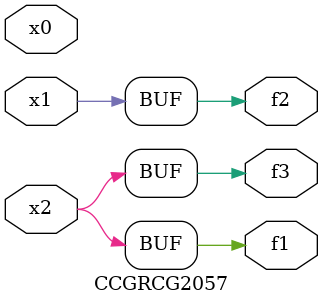
<source format=v>
module CCGRCG2057(
	input x0, x1, x2,
	output f1, f2, f3
);
	assign f1 = x2;
	assign f2 = x1;
	assign f3 = x2;
endmodule

</source>
